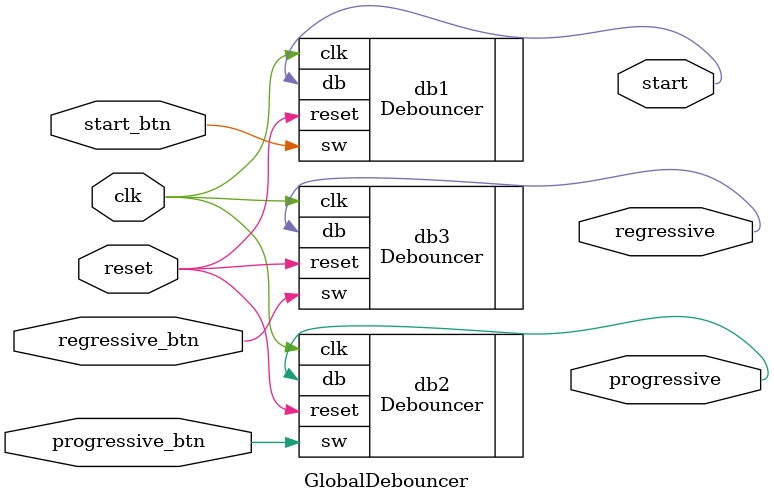
<source format=v>
`timescale 1ns / 1ps
module GlobalDebouncer(
	 input  	clk, reset,
    input 	progressive_btn,
    output  progressive,
	 input  	regressive_btn,
    output  regressive,
	 input  	start_btn,
    output  start
    );

	
	
	Debouncer db1 (
		.clk(clk), 
		.reset(reset), 
		.sw(start_btn), 
		.db(start)
	);
	
	Debouncer db2 (
		.clk(clk), 
		.reset(reset), 
		.sw(progressive_btn), 
		.db(progressive)
	);
	
	Debouncer db3 (
		.clk(clk), 
		.reset(reset), 
		.sw(regressive_btn), 
		.db(regressive)
	);

endmodule

</source>
